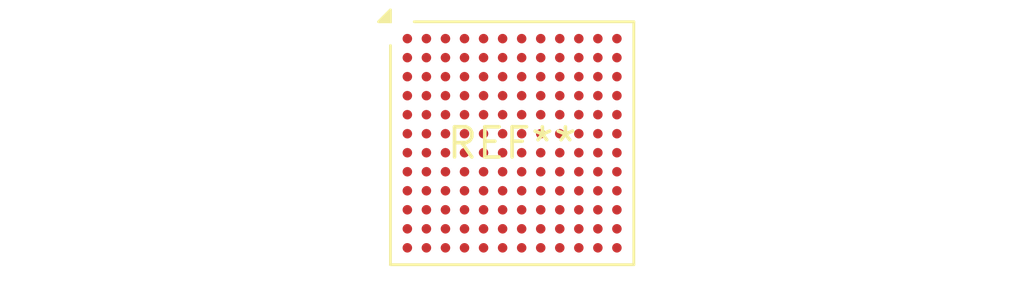
<source format=kicad_pcb>
(kicad_pcb (version 20240108) (generator pcbnew)
  (layers (0 "F.Cu" signal) (31 "B.Cu" signal) (34 "B.Paste" user) (35 "F.Paste" user) (36 "B.SilkS" user "B.Silkscreen") (37 "F.SilkS" user "F.Silkscreen") (38 "B.Mask" user) (39 "F.Mask" user) (44 "Edge.Cuts" user))
  (net 0 "")
  (footprint "LFBGA-144_10x10mm_Layout12x12_P0.8mm" (layer "F.Cu") (at 0 0)
    (property "Reference" "REF**")
    (property "Value" "LFBGA-144_10x10mm_Layout12x12_P0.8mm")
    (fp_line (start -5.11 5.11) (end -5.11 -4.11) (layer "F.SilkS") (stroke (width 0.12)))
    (fp_line (start -4.11 -5.11) (end 5.11 -5.11) (layer "F.SilkS") (stroke (width 0.12)))
    (fp_line (start 5.11 -5.11) (end 5.11 5.11) (layer "F.SilkS") (stroke (width 0.12)))
    (fp_line (start 5.11 5.11) (end -5.11 5.11) (layer "F.SilkS") (stroke (width 0.12)))
    (fp_poly (pts (xy -5.11 -5.11) (xy -5.61 -5.11) (xy -5.11 -5.61) (xy -5.11 -5.11)) (layer "F.SilkS") (stroke (width 0.12)) (fill solid))
    (pad "A1" smd circle (at -4.4 -4.4) (size 0.4 0.4) (property pad_prop_bga) (layers "F.Cu" "F.Paste" "F.Mask"))
    (pad "A2" smd circle (at -3.6 -4.4) (size 0.4 0.4) (property pad_prop_bga) (layers "F.Cu" "F.Paste" "F.Mask"))
    (pad "A3" smd circle (at -2.8 -4.4) (size 0.4 0.4) (property pad_prop_bga) (layers "F.Cu" "F.Paste" "F.Mask"))
    (pad "A4" smd circle (at -2 -4.4) (size 0.4 0.4) (property pad_prop_bga) (layers "F.Cu" "F.Paste" "F.Mask"))
    (pad "A5" smd circle (at -1.2 -4.4) (size 0.4 0.4) (property pad_prop_bga) (layers "F.Cu" "F.Paste" "F.Mask"))
    (pad "A6" smd circle (at -0.4 -4.4) (size 0.4 0.4) (property pad_prop_bga) (layers "F.Cu" "F.Paste" "F.Mask"))
    (pad "A7" smd circle (at 0.4 -4.4) (size 0.4 0.4) (property pad_prop_bga) (layers "F.Cu" "F.Paste" "F.Mask"))
    (pad "A8" smd circle (at 1.2 -4.4) (size 0.4 0.4) (property pad_prop_bga) (layers "F.Cu" "F.Paste" "F.Mask"))
    (pad "A9" smd circle (at 2 -4.4) (size 0.4 0.4) (property pad_prop_bga) (layers "F.Cu" "F.Paste" "F.Mask"))
    (pad "A10" smd circle (at 2.8 -4.4) (size 0.4 0.4) (property pad_prop_bga) (layers "F.Cu" "F.Paste" "F.Mask"))
    (pad "A11" smd circle (at 3.6 -4.4) (size 0.4 0.4) (property pad_prop_bga) (layers "F.Cu" "F.Paste" "F.Mask"))
    (pad "A12" smd circle (at 4.4 -4.4) (size 0.4 0.4) (property pad_prop_bga) (layers "F.Cu" "F.Paste" "F.Mask"))
    (pad "B1" smd circle (at -4.4 -3.6) (size 0.4 0.4) (property pad_prop_bga) (layers "F.Cu" "F.Paste" "F.Mask"))
    (pad "B2" smd circle (at -3.6 -3.6) (size 0.4 0.4) (property pad_prop_bga) (layers "F.Cu" "F.Paste" "F.Mask"))
    (pad "B3" smd circle (at -2.8 -3.6) (size 0.4 0.4) (property pad_prop_bga) (layers "F.Cu" "F.Paste" "F.Mask"))
    (pad "B4" smd circle (at -2 -3.6) (size 0.4 0.4) (property pad_prop_bga) (layers "F.Cu" "F.Paste" "F.Mask"))
    (pad "B5" smd circle (at -1.2 -3.6) (size 0.4 0.4) (property pad_prop_bga) (layers "F.Cu" "F.Paste" "F.Mask"))
    (pad "B6" smd circle (at -0.4 -3.6) (size 0.4 0.4) (property pad_prop_bga) (layers "F.Cu" "F.Paste" "F.Mask"))
    (pad "B7" smd circle (at 0.4 -3.6) (size 0.4 0.4) (property pad_prop_bga) (layers "F.Cu" "F.Paste" "F.Mask"))
    (pad "B8" smd circle (at 1.2 -3.6) (size 0.4 0.4) (property pad_prop_bga) (layers "F.Cu" "F.Paste" "F.Mask"))
    (pad "B9" smd circle (at 2 -3.6) (size 0.4 0.4) (property pad_prop_bga) (layers "F.Cu" "F.Paste" "F.Mask"))
    (pad "B10" smd circle (at 2.8 -3.6) (size 0.4 0.4) (property pad_prop_bga) (layers "F.Cu" "F.Paste" "F.Mask"))
    (pad "B11" smd circle (at 3.6 -3.6) (size 0.4 0.4) (property pad_prop_bga) (layers "F.Cu" "F.Paste" "F.Mask"))
    (pad "B12" smd circle (at 4.4 -3.6) (size 0.4 0.4) (property pad_prop_bga) (layers "F.Cu" "F.Paste" "F.Mask"))
    (pad "C1" smd circle (at -4.4 -2.8) (size 0.4 0.4) (property pad_prop_bga) (layers "F.Cu" "F.Paste" "F.Mask"))
    (pad "C2" smd circle (at -3.6 -2.8) (size 0.4 0.4) (property pad_prop_bga) (layers "F.Cu" "F.Paste" "F.Mask"))
    (pad "C3" smd circle (at -2.8 -2.8) (size 0.4 0.4) (property pad_prop_bga) (layers "F.Cu" "F.Paste" "F.Mask"))
    (pad "C4" smd circle (at -2 -2.8) (size 0.4 0.4) (property pad_prop_bga) (layers "F.Cu" "F.Paste" "F.Mask"))
    (pad "C5" smd circle (at -1.2 -2.8) (size 0.4 0.4) (property pad_prop_bga) (layers "F.Cu" "F.Paste" "F.Mask"))
    (pad "C6" smd circle (at -0.4 -2.8) (size 0.4 0.4) (property pad_prop_bga) (layers "F.Cu" "F.Paste" "F.Mask"))
    (pad "C7" smd circle (at 0.4 -2.8) (size 0.4 0.4) (property pad_prop_bga) (layers "F.Cu" "F.Paste" "F.Mask"))
    (pad "C8" smd circle (at 1.2 -2.8) (size 0.4 0.4) (property pad_prop_bga) (layers "F.Cu" "F.Paste" "F.Mask"))
    (pad "C9" smd circle (at 2 -2.8) (size 0.4 0.4) (property pad_prop_bga) (layers "F.Cu" "F.Paste" "F.Mask"))
    (pad "C10" smd circle (at 2.8 -2.8) (size 0.4 0.4) (property pad_prop_bga) (layers "F.Cu" "F.Paste" "F.Mask"))
    (pad "C11" smd circle (at 3.6 -2.8) (size 0.4 0.4) (property pad_prop_bga) (layers "F.Cu" "F.Paste" "F.Mask"))
    (pad "C12" smd circle (at 4.4 -2.8) (size 0.4 0.4) (property pad_prop_bga) (layers "F.Cu" "F.Paste" "F.Mask"))
    (pad "D1" smd circle (at -4.4 -2) (size 0.4 0.4) (property pad_prop_bga) (layers "F.Cu" "F.Paste" "F.Mask"))
    (pad "D2" smd circle (at -3.6 -2) (size 0.4 0.4) (property pad_prop_bga) (layers "F.Cu" "F.Paste" "F.Mask"))
    (pad "D3" smd circle (at -2.8 -2) (size 0.4 0.4) (property pad_prop_bga) (layers "F.Cu" "F.Paste" "F.Mask"))
    (pad "D4" smd circle (at -2 -2) (size 0.4 0.4) (property pad_prop_bga) (layers "F.Cu" "F.Paste" "F.Mask"))
    (pad "D5" smd circle (at -1.2 -2) (size 0.4 0.4) (property pad_prop_bga) (layers "F.Cu" "F.Paste" "F.Mask"))
    (pad "D6" smd circle (at -0.4 -2) (size 0.4 0.4) (property pad_prop_bga) (layers "F.Cu" "F.Paste" "F.Mask"))
    (pad "D7" smd circle (at 0.4 -2) (size 0.4 0.4) (property pad_prop_bga) (layers "F.Cu" "F.Paste" "F.Mask"))
    (pad "D8" smd circle (at 1.2 -2) (size 0.4 0.4) (property pad_prop_bga) (layers "F.Cu" "F.Paste" "F.Mask"))
    (pad "D9" smd circle (at 2 -2) (size 0.4 0.4) (property pad_prop_bga) (layers "F.Cu" "F.Paste" "F.Mask"))
    (pad "D10" smd circle (at 2.8 -2) (size 0.4 0.4) (property pad_prop_bga) (layers "F.Cu" "F.Paste" "F.Mask"))
    (pad "D11" smd circle (at 3.6 -2) (size 0.4 0.4) (property pad_prop_bga) (layers "F.Cu" "F.Paste" "F.Mask"))
    (pad "D12" smd circle (at 4.4 -2) (size 0.4 0.4) (property pad_prop_bga) (layers "F.Cu" "F.Paste" "F.Mask"))
    (pad "E1" smd circle (at -4.4 -1.2) (size 0.4 0.4) (property pad_prop_bga) (layers "F.Cu" "F.Paste" "F.Mask"))
    (pad "E2" smd circle (at -3.6 -1.2) (size 0.4 0.4) (property pad_prop_bga) (layers "F.Cu" "F.Paste" "F.Mask"))
    (pad "E3" smd circle (at -2.8 -1.2) (size 0.4 0.4) (property pad_prop_bga) (layers "F.Cu" "F.Paste" "F.Mask"))
    (pad "E4" smd circle (at -2 -1.2) (size 0.4 0.4) (property pad_prop_bga) (layers "F.Cu" "F.Paste" "F.Mask"))
    (pad "E5" smd circle (at -1.2 -1.2) (size 0.4 0.4) (property pad_prop_bga) (layers "F.Cu" "F.Paste" "F.Mask"))
    (pad "E6" smd circle (at -0.4 -1.2) (size 0.4 0.4) (property pad_prop_bga) (layers "F.Cu" "F.Paste" "F.Mask"))
    (pad "E7" smd circle (at 0.4 -1.2) (size 0.4 0.4) (property pad_prop_bga) (layers "F.Cu" "F.Paste" "F.Mask"))
    (pad "E8" smd circle (at 1.2 -1.2) (size 0.4 0.4) (property pad_prop_bga) (layers "F.Cu" "F.Paste" "F.Mask"))
    (pad "E9" smd circle (at 2 -1.2) (size 0.4 0.4) (property pad_prop_bga) (layers "F.Cu" "F.Paste" "F.Mask"))
    (pad "E10" smd circle (at 2.8 -1.2) (size 0.4 0.4) (property pad_prop_bga) (layers "F.Cu" "F.Paste" "F.Mask"))
    (pad "E11" smd circle (at 3.6 -1.2) (size 0.4 0.4) (property pad_prop_bga) (layers "F.Cu" "F.Paste" "F.Mask"))
    (pad "E12" smd circle (at 4.4 -1.2) (size 0.4 0.4) (property pad_prop_bga) (layers "F.Cu" "F.Paste" "F.Mask"))
    (pad "F1" smd circle (at -4.4 -0.4) (size 0.4 0.4) (property pad_prop_bga) (layers "F.Cu" "F.Paste" "F.Mask"))
    (pad "F2" smd circle (at -3.6 -0.4) (size 0.4 0.4) (property pad_prop_bga) (layers "F.Cu" "F.Paste" "F.Mask"))
    (pad "F3" smd circle (at -2.8 -0.4) (size 0.4 0.4) (property pad_prop_bga) (layers "F.Cu" "F.Paste" "F.Mask"))
    (pad "F4" smd circle (at -2 -0.4) (size 0.4 0.4) (property pad_prop_bga) (layers "F.Cu" "F.Paste" "F.Mask"))
    (pad "F5" smd circle (at -1.2 -0.4) (size 0.4 0.4) (property pad_prop_bga) (layers "F.Cu" "F.Paste" "F.Mask"))
    (pad "F6" smd circle (at -0.4 -0.4) (size 0.4 0.4) (property pad_prop_bga) (layers "F.Cu" "F.Paste" "F.Mask"))
    (pad "F7" smd circle (at 0.4 -0.4) (size 0.4 0.4) (property pad_prop_bga) (layers "F.Cu" "F.Paste" "F.Mask"))
    (pad "F8" smd circle (at 1.2 -0.4) (size 0.4 0.4) (property pad_prop_bga) (layers "F.Cu" "F.Paste" "F.Mask"))
    (pad "F9" smd circle (at 2 -0.4) (size 0.4 0.4) (property pad_prop_bga) (layers "F.Cu" "F.Paste" "F.Mask"))
    (pad "F10" smd circle (at 2.8 -0.4) (size 0.4 0.4) (property pad_prop_bga) (layers "F.Cu" "F.Paste" "F.Mask"))
    (pad "F11" smd circle (at 3.6 -0.4) (size 0.4 0.4) (property pad_prop_bga) (layers "F.Cu" "F.Paste" "F.Mask"))
    (pad "F12" smd circle (at 4.4 -0.4) (size 0.4 0.4) (property pad_prop_bga) (layers "F.Cu" "F.Paste" "F.Mask"))
    (pad "G1" smd circle (at -4.4 0.4) (size 0.4 0.4) (property pad_prop_bga) (layers "F.Cu" "F.Paste" "F.Mask"))
    (pad "G2" smd circle (at -3.6 0.4) (size 0.4 0.4) (property pad_prop_bga) (layers "F.Cu" "F.Paste" "F.Mask"))
    (pad "G3" smd circle (at -2.8 0.4) (size 0.4 0.4) (property pad_prop_bga) (layers "F.Cu" "F.Paste" "F.Mask"))
    (pad "G4" smd circle (at -2 0.4) (size 0.4 0.4) (property pad_prop_bga) (layers "F.Cu" "F.Paste" "F.Mask"))
    (pad "G5" smd circle (at -1.2 0.4) (size 0.4 0.4) (property pad_prop_bga) (layers "F.Cu" "F.Paste" "F.Mask"))
    (pad "G6" smd circle (at -0.4 0.4) (size 0.4 0.4) (property pad_prop_bga) (layers "F.Cu" "F.Paste" "F.Mask"))
    (pad "G7" smd circle (at 0.4 0.4) (size 0.4 0.4) (property pad_prop_bga) (layers "F.Cu" "F.Paste" "F.Mask"))
    (pad "G8" smd circle (at 1.2 0.4) (size 0.4 0.4) (property pad_prop_bga) (layers "F.Cu" "F.Paste" "F.Mask"))
    (pad "G9" smd circle (at 2 0.4) (size 0.4 0.4) (property pad_prop_bga) (layers "F.Cu" "F.Paste" "F.Mask"))
    (pad "G10" smd circle (at 2.8 0.4) (size 0.4 0.4) (property pad_prop_bga) (layers "F.Cu" "F.Paste" "F.Mask"))
    (pad "G11" smd circle (at 3.6 0.4) (size 0.4 0.4) (property pad_prop_bga) (layers "F.Cu" "F.Paste" "F.Mask"))
    (pad "G12" smd circle (at 4.4 0.4) (size 0.4 0.4) (property pad_prop_bga) (layers "F.Cu" "F.Paste" "F.Mask"))
    (pad "H1" smd circle (at -4.4 1.2) (size 0.4 0.4) (property pad_prop_bga) (layers "F.Cu" "F.Paste" "F.Mask"))
    (pad "H2" smd circle (at -3.6 1.2) (size 0.4 0.4) (property pad_prop_bga) (layers "F.Cu" "F.Paste" "F.Mask"))
    (pad "H3" smd circle (at -2.8 1.2) (size 0.4 0.4) (property pad_prop_bga) (layers "F.Cu" "F.Paste" "F.Mask"))
    (pad "H4" smd circle (at -2 1.2) (size 0.4 0.4) (property pad_prop_bga) (layers "F.Cu" "F.Paste" "F.Mask"))
    (pad "H5" smd circle (at -1.2 1.2) (size 0.4 0.4) (property pad_prop_bga) (layers "F.Cu" "F.Paste" "F.Mask"))
    (pad "H6" smd circle (at -0.4 1.2) (size 0.4 0.4) (property pad_prop_bga) (layers "F.Cu" "F.Paste" "F.Mask"))
    (pad "H7" smd circle (at 0.4 1.2) (size 0.4 0.4) (property pad_prop_bga) (layers "F.Cu" "F.Paste" "F.Mask"))
    (pad "H8" smd circle (at 1.2 1.2) (size 0.4 0.4) (property pad_prop_bga) (layers "F.Cu" "F.Paste" "F.Mask"))
    (pad "H9" smd circle (at 2 1.2) (size 0.4 0.4) (property pad_prop_bga) (layers "F.Cu" "F.Paste" "F.Mask"))
    (pad "H10" smd circle (at 2.8 1.2) (size 0.4 0.4) (property pad_prop_bga) (layers "F.Cu" "F.Paste" "F.Mask"))
    (pad "H11" smd circle (at 3.6 1.2) (size 0.4 0.4) (property pad_prop_bga) (layers "F.Cu" "F.Paste" "F.Mask"))
    (pad "H12" smd circle (at 4.4 1.2) (size 0.4 0.4) (property pad_prop_bga) (layers "F.Cu" "F.Paste" "F.Mask"))
    (pad "J1" smd circle (at -4.4 2) (size 0.4 0.4) (property pad_prop_bga) (layers "F.Cu" "F.Paste" "F.Mask"))
    (pad "J2" smd circle (at -3.6 2) (size 0.4 0.4) (property pad_prop_bga) (layers "F.Cu" "F.Paste" "F.Mask"))
    (pad "J3" smd circle (at -2.8 2) (size 0.4 0.4) (property pad_prop_bga) (layers "F.Cu" "F.Paste" "F.Mask"))
    (pad "J4" smd circle (at -2 2) (size 0.4 0.4) (property pad_prop_bga) (layers "F.Cu" "F.Paste" "F.Mask"))
    (pad "J5" smd circle (at -1.2 2) (size 0.4 0.4) (property pad_prop_bga) (layers "F.Cu" "F.Paste" "F.Mask"))
    (pad "J6" smd circle (at -0.4 2) (size 0.4 0.4) (property pad_prop_bga) (layers "F.Cu" "F.Paste" "F.Mask"))
    (pad "J7" smd circle (at 0.4 2) (size 0.4 0.4) (property pad_prop_bga) (layers "F.Cu" "F.Paste" "F.Mask"))
    (pad "J8" smd circle (at 1.2 2) (size 0.4 0.4) (property pad_prop_bga) (layers "F.Cu" "F.Paste" "F.Mask"))
    (pad "J9" smd circle (at 2 2) (size 0.4 0.4) (property pad_prop_bga) (layers "F.Cu" "F.Paste" "F.Mask"))
    (pad "J10" smd circle (at 2.8 2) (size 0.4 0.4) (property pad_prop_bga) (layers "F.Cu" "F.Paste" "F.Mask"))
    (pad "J11" smd circle (at 3.6 2) (size 0.4 0.4) (property pad_prop_bga) (layers "F.Cu" "F.Paste" "F.Mask"))
    (pad "J12" smd circle (at 4.4 2) (size 0.4 0.4) (property pad_prop_bga) (layers "F.Cu" "F.Paste" "F.Mask"))
    (pad "K1" smd circle (at -4.4 2.8) (size 0.4 0.4) (property pad_prop_bga) (layers "F.Cu" "F.Paste" "F.Mask"))
    (pad "K2" smd circle (at -3.6 2.8) (size 0.4 0.4) (property pad_prop_bga) (layers "F.Cu" "F.Paste" "F.Mask"))
    (pad "K3" smd circle (at -2.8 2.8) (size 0.4 0.4) (property pad_prop_bga) (layers "F.Cu" "F.Paste" "F.Mask"))
    (pad "K4" smd circle (at -2 2.8) (size 0.4 0.4) (property pad_prop_bga) (layers "F.Cu" "F.Paste" "F.Mask"))
    (pad "K5" smd circle (at -1.2 2.8) (size 0.4 0.4) (property pad_prop_bga) (layers "F.Cu" "F.Paste" "F.Mask"))
    (pad "K6" smd circle (at -0.4 2.8) (size 0.4 0.4) (property pad_prop_bga) (layers "F.Cu" "F.Paste" "F.Mask"))
    (pad "K7" smd circle (at 0.4 2.8) (size 0.4 0.4) (property pad_prop_bga) (layers "F.Cu" "F.Paste" "F.Mask"))
    (pad "K8" smd circle (at 1.2 2.8) (size 0.4 0.4) (property pad_prop_bga) (layers "F.Cu" "F.Paste" "F.Mask"))
    (pad "K9" smd circle (at 2 2.8) (size 0.4 0.4) (property pad_prop_bga) (layers "F.Cu" "F.Paste" "F.Mask"))
    (pad "K10" smd circle (at 2.8 2.8) (size 0.4 0.4) (property pad_prop_bga) (layers "F.Cu" "F.Paste" "F.Mask"))
    (pad "K11" smd circle (at 3.6 2.8) (size 0.4 0.4) (property pad_prop_bga) (layers "F.Cu" "F.Paste" "F.Mask"))
    (pad "K12" smd circle (at 4.4 2.8) (size 0.4 0.4) (property pad_prop_bga) (layers "F.Cu" "F.Paste" "F.Mask"))
    (pad "L1" smd circle (at -4.4 3.6) (size 0.4 0.4) (property pad_prop_bga) (layers "F.Cu" "F.Paste" "F.Mask"))
    (pad "L2" smd circle (at -3.6 3.6) (size 0.4 0.4) (property pad_prop_bga) (layers "F.Cu" "F.Paste" "F.Mask"))
    (pad "L3" smd circle (at -2.8 3.6) (size 0.4 0.4) (property pad_prop_bga) (layers "F.Cu" "F.Paste" "F.Mask"))
    (pad "L4" smd circle (at -2 3.6) (size 0.4 0.4) (property pad_prop_bga) (layers "F.Cu" "F.Paste" "F.Mask"))
    (pad "L5" smd circle (at -1.2 3.6) (size 0.4 0.4) (property pad_prop_bga) (layers "F.Cu" "F.Paste" "F.Mask"))
    (pad "L6" smd circle (at -0.4 3.6) (size 0.4 0.4) (property pad_prop_bga) (layers "F.Cu" "F.Paste" "F.Mask"))
    (pad "L7" smd circle (at 0.4 3.6) (size 0.4 0.4) (property pad_prop_bga) (layers "F.Cu" "F.Paste" "F.Mask"))
    (pad "L8" smd circle (at 1.2 3.6) (size 0.4 0.4) (property pad_prop_bga) (layers "F.Cu" "F.Paste" "F.Mask"))
    (pad "L9" smd circle (at 2 3.6) (size 0.4 0.4) (property pad_prop_bga) (layers "F.Cu" "F.Paste" "F.Mask"))
    (pad "L10" smd circle (at 2.8 3.6) (size 0.4 0.4) (property pad_prop_bga) (layers "F.Cu" "F.Paste" "F.Mask"))
    (pad "L11" smd circle (at 3.6 3.6) (size 0.4 0.4) (property pad_prop_bga) (layers "F.Cu" "F.Paste" "F.Mask"))
    (pad "L12" smd circle (at 4.4 3.6) (size 0.4 0.4) (property pad_prop_bga) (layers "F.Cu" "F.Paste" "F.Mask"))
    (pad "M1" smd circle (at -4.4 4.4) (size 0.4 0.4) (property pad_prop_bga) (layers "F.Cu" "F.Paste" "F.Mask"))
    (pad "M2" smd circle (at -3.6 4.4) (size 0.4 0.4) (property pad_prop_bga) (layers "F.Cu" "F.Paste" "F.Mask"))
    (pad "M3" smd circle (at -2.8 4.4) (size 0.4 0.4) (property pad_prop_bga) (layers "F.Cu" "F.Paste" "F.Mask"))
    (pad "M4" smd circle (at -2 4.4) (size 0.4 0.4) (property pad_prop_bga) (layers "F.Cu" "F.Paste" "F.Mask"))
    (pad "M5" smd circle (at -1.2 4.4) (size 0.4 0.4) (property pad_prop_bga) (layers "F.Cu" "F.Paste" "F.Mask"))
    (pad "M6" smd circle (at -0.4 4.4) (size 0.4 0.4) (property pad_prop_bga) (layers "F.Cu" "F.Paste" "F.Mask"))
    (pad "M7" smd circle (at 0.4 4.4) (size 0.4 0.4) (property pad_prop_bga) (layers "F.Cu" "F.Paste" "F.Mask"))
    (pad "M8" smd circle (at 1.2 4.4) (size 0.4 0.4) (property pad_prop_bga) (layers "F.Cu" "F.Paste" "F.Mask"))
    (pad "M9" smd circle (at 2 4.4) (size 0.4 0.4) (property pad_prop_bga) (layers "F.Cu" "F.Paste" "F.Mask"))
    (pad "M10" smd circle (at 2.8 4.4) (size 0.4 0.4) (property pad_prop_bga) (layers "F.Cu" "F.Paste" "F.Mask"))
    (pad "M11" smd circle (at 3.6 4.4) (size 0.4 0.4) (property pad_prop_bga) (layers "F.Cu" "F.Paste" "F.Mask"))
    (pad "M12" smd circle (at 4.4 4.4) (size 0.4 0.4) (property pad_prop_bga) (layers "F.Cu" "F.Paste" "F.Mask"))
  )
)
</source>
